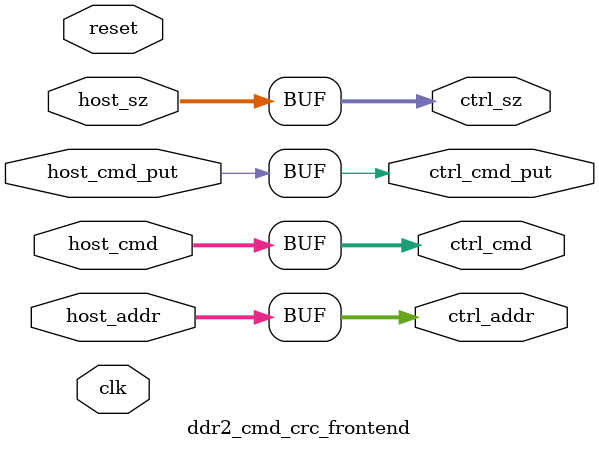
<source format=v>
`timescale 1ns/1ps

/**
 * DDR2 command/address CRC + retry front-end (stub).
 *
 * This module is intended to sit between the host and the existing
 * `ddr2_controller` / `ddr2_server_controller` command interface. It will
 * eventually:
 *   - Compute a CRC (or strong parity) over {CMD,SZ,ADDR,OP} for each host
 *     command.
 *   - Buffer CRC metadata alongside the command FIFO.
 *   - Receive CRC status feedback from a downstream agent and, on error,
 *     re-issue the affected command subject to retry limits.
 *
 * In this revision, the implementation is a pure pass-through wrapper so that
 * the interface can be explored and wired up under an experimental define
 * without changing functional behavior.
 */
module ddr2_cmd_crc_frontend #(
    parameter integer ADDR_WIDTH = 25
) (
    input  wire         clk,
    input  wire         reset,

    // Host-side command interface.
    input  wire [2:0]   host_cmd,
    input  wire [1:0]   host_sz,
    input  wire [ADDR_WIDTH-1:0] host_addr,
    input  wire         host_cmd_put,

    // Downstream controller command interface (to ddr2_controller/server).
    output wire [2:0]   ctrl_cmd,
    output wire [1:0]   ctrl_sz,
    output wire [ADDR_WIDTH-1:0] ctrl_addr,
    output wire         ctrl_cmd_put

    // Future extensions (not yet implemented):
    //   - CRC metadata outputs (per-command CRC bits).
    //   - CRC feedback inputs (crc_ok/crc_error) from memory model or DIMM.
    //   - Retry counters and RAS integration.
);

    // For now this is a simple pass-through so that the module can be
    // instantiated without affecting behavior. CRC and retry logic will be
    // added in future revisions.
    assign ctrl_cmd     = host_cmd;
    assign ctrl_sz      = host_sz;
    assign ctrl_addr    = host_addr;
    assign ctrl_cmd_put = host_cmd_put;

endmodule


</source>
